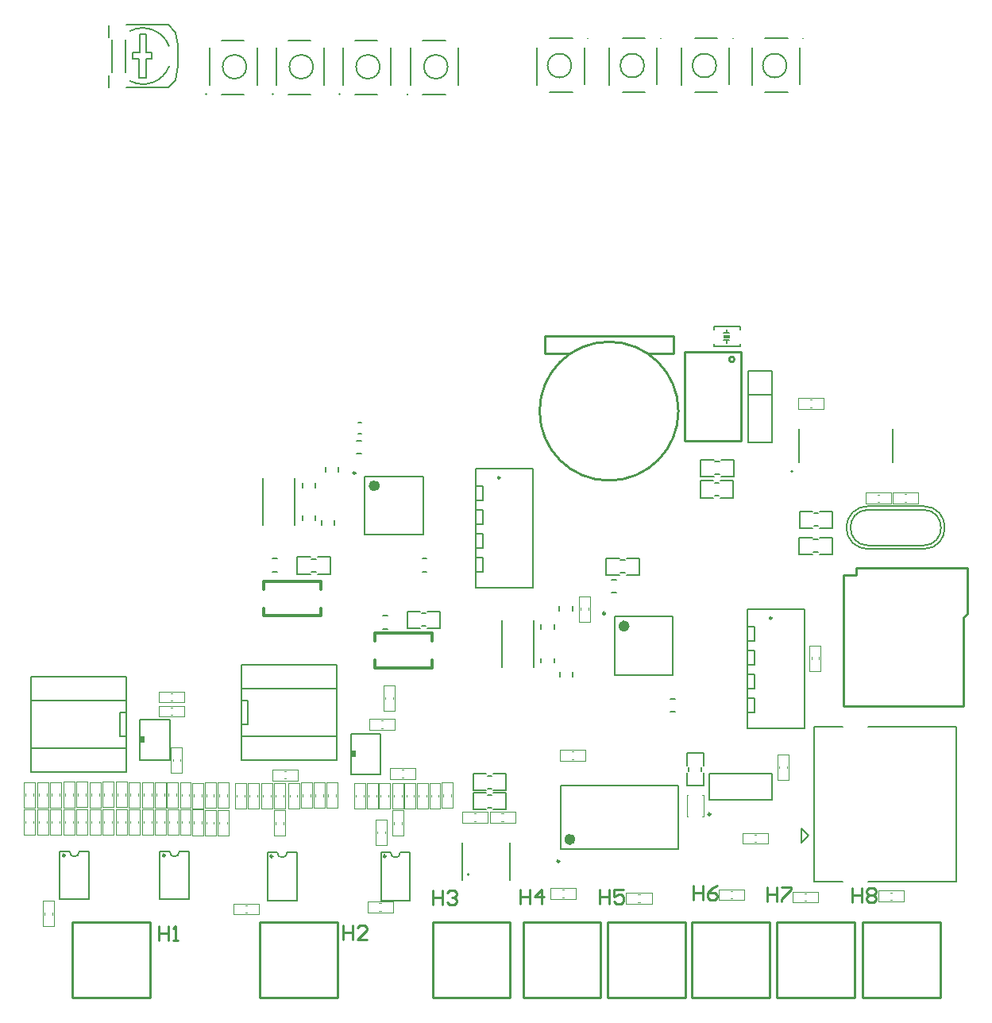
<source format=gto>
G04*
G04 #@! TF.GenerationSoftware,Altium Limited,Altium Designer,21.9.2 (33)*
G04*
G04 Layer_Color=65535*
%FSTAX24Y24*%
%MOIN*%
G70*
G04*
G04 #@! TF.SameCoordinates,8777FA3C-9CA2-4F10-8BE3-E232CA162E6C*
G04*
G04*
G04 #@! TF.FilePolarity,Positive*
G04*
G01*
G75*
%ADD10C,0.0098*%
%ADD11C,0.0079*%
%ADD12C,0.0100*%
%ADD13C,0.0236*%
%ADD14C,0.0070*%
%ADD15C,0.0060*%
%ADD16C,0.0040*%
%ADD17C,0.0118*%
%ADD18C,0.0050*%
%ADD19C,0.0080*%
%ADD20R,0.0197X0.0300*%
%ADD21R,0.0250X0.0140*%
D10*
X03893Y015728D02*
G03*
X03893Y015728I-000049J0D01*
G01*
X025301Y013967D02*
G03*
X025301Y013967I-000049J0D01*
G01*
X016031Y014007D02*
G03*
X016031Y014007I-000049J0D01*
G01*
X020551Y013967D02*
G03*
X020551Y013967I-000049J0D01*
G01*
X011831Y014007D02*
G03*
X011831Y014007I-000049J0D01*
G01*
X034506Y024158D02*
G03*
X034506Y024158I-000049J0D01*
G01*
X032584Y013759D02*
G03*
X032584Y013759I-000049J0D01*
G01*
X024026Y030048D02*
G03*
X024026Y030048I-000049J0D01*
G01*
D11*
X025498Y014121D02*
G03*
X025905Y014121I000203J0D01*
G01*
X016228Y014161D02*
G03*
X016635Y014161I000203J0D01*
G01*
X020748Y014121D02*
G03*
X021155Y014121I000203J0D01*
G01*
X012028Y014161D02*
G03*
X012435Y014161I000203J0D01*
G01*
X042374Y03012D02*
G03*
X042374Y03012I-000039J0D01*
G01*
X028791Y013199D02*
G03*
X028791Y013199I-000039J0D01*
G01*
X021794Y028066D02*
Y028263D01*
X022346Y028066D02*
Y028263D01*
X038881Y016319D02*
X041519D01*
X038881Y017421D02*
X041519D01*
X038881Y016319D02*
Y017421D01*
X041519Y016319D02*
Y017421D01*
X026312Y012114D02*
Y014121D01*
X025092Y012114D02*
Y014121D01*
Y012114D02*
X026312D01*
X025905Y014121D02*
X026312D01*
X025092D02*
X025498D01*
X040775Y020005D02*
Y020595D01*
X040478D02*
X040773D01*
X040478Y020005D02*
X040773D01*
X040775Y021005D02*
Y021595D01*
X040478D02*
X040773D01*
X040478Y021005D02*
X040773D01*
X040775Y022005D02*
Y022595D01*
X040478D02*
X040773D01*
X040478Y022005D02*
X040773D01*
X040775Y023005D02*
Y023595D01*
X040478D02*
X040773D01*
X040478Y023005D02*
X040773D01*
X042862Y019332D02*
Y024332D01*
X040462Y019332D02*
Y024332D01*
X042862D01*
X040462Y019332D02*
X042862D01*
X032604Y021506D02*
Y021702D01*
X033156Y021506D02*
Y021702D01*
X017042Y012154D02*
Y014161D01*
X015822Y012154D02*
Y014161D01*
Y012154D02*
X017042D01*
X016635Y014161D02*
X017042D01*
X015822D02*
X016228D01*
X020342Y014121D02*
X020748D01*
X021155D02*
X021562D01*
X020342Y012114D02*
X021562D01*
X020342D02*
Y014121D01*
X021562Y012114D02*
Y014121D01*
X012842Y012154D02*
Y014161D01*
X011622Y012154D02*
Y014161D01*
Y012154D02*
X012842D01*
X012435Y014161D02*
X012842D01*
X011622D02*
X012028D01*
X0349Y02158D02*
X03734D01*
X0349Y02402D02*
X03734D01*
Y02158D02*
Y02402D01*
X0349Y02158D02*
Y02402D01*
X029811Y01672D02*
X030339D01*
Y01743D01*
X029811D02*
X030339D01*
X028961D02*
X029506D01*
X028961Y01672D02*
X029506D01*
X028961D02*
Y01743D01*
X029811Y01592D02*
X030339D01*
Y01663D01*
X029811D02*
X030339D01*
X028961D02*
X029506D01*
X028961Y01592D02*
X029506D01*
X028961D02*
Y01663D01*
X028508Y012974D02*
Y014526D01*
X030492Y012974D02*
Y014526D01*
X025167Y023514D02*
X025364D01*
X025167Y024066D02*
X025364D01*
X037256Y020024D02*
X037453D01*
X037256Y020576D02*
X037453D01*
X033136Y024256D02*
Y024453D01*
X032584Y024256D02*
Y024453D01*
X034787Y025024D02*
X034984D01*
X034787Y025576D02*
X034984D01*
X031814Y022086D02*
Y022283D01*
X032366Y022086D02*
Y022283D01*
Y023517D02*
Y023714D01*
X031814Y023517D02*
Y023714D01*
X03864Y017771D02*
Y018299D01*
X03793D02*
X03864D01*
X03793Y017771D02*
Y018299D01*
Y016921D02*
Y017466D01*
X03864Y016921D02*
Y017466D01*
X03793Y016921D02*
X03864D01*
X039351Y02901D02*
X039879D01*
Y02972D01*
X039351D02*
X039879D01*
X038501D02*
X039046D01*
X038501Y02901D02*
X039046D01*
X038501D02*
Y02972D01*
X043501Y02664D02*
X044029D01*
Y02735D01*
X043501D02*
X044029D01*
X042651D02*
X043196D01*
X042651Y02664D02*
X043196D01*
X042651D02*
Y02735D01*
X043521Y02774D02*
X044049D01*
Y02845D01*
X043521D02*
X044049D01*
X042671D02*
X043216D01*
X042671Y02774D02*
X043216D01*
X042671D02*
Y02845D01*
X039371Y0299D02*
X039899D01*
Y03061D01*
X039371D02*
X039899D01*
X038521D02*
X039066D01*
X038521Y0299D02*
X039066D01*
X038521D02*
Y03061D01*
X027051Y02354D02*
X027579D01*
Y02425D01*
X027051D02*
X027579D01*
X026201D02*
X026746D01*
X026201Y02354D02*
X026746D01*
X026201D02*
Y02425D01*
X04052Y03132D02*
Y03432D01*
Y03132D02*
X04152D01*
Y03432D01*
X04052D02*
X04152D01*
X04052Y03332D02*
X04152D01*
X030171Y021916D02*
Y023884D01*
X031509Y021916D02*
Y023884D01*
X04274Y01515D02*
X04304Y01485D01*
X04274Y01455D02*
Y01515D01*
Y01455D02*
X04304Y01485D01*
X04329Y0194D02*
X04449D01*
X04554D02*
X04924D01*
X04329Y0129D02*
X04449D01*
X04554D02*
X04924D01*
Y0194D01*
X04329Y0129D02*
Y0194D01*
X03759Y014281D02*
Y016919D01*
X03263Y014281D02*
Y016919D01*
X03759D01*
X03263Y014281D02*
X03759D01*
X024127Y031704D02*
X024284D01*
X024127Y032176D02*
X024284D01*
X029375Y025895D02*
Y026485D01*
X029078D02*
X029373D01*
X029078Y025895D02*
X029373D01*
X029375Y026895D02*
Y027485D01*
X029078D02*
X029373D01*
X029078Y026895D02*
X029373D01*
X029375Y027895D02*
Y028485D01*
X029078D02*
X029373D01*
X029078Y027895D02*
X029373D01*
X029375Y028895D02*
Y029485D01*
X029078D02*
X029373D01*
X029078Y028895D02*
X029373D01*
X031462Y025222D02*
Y030222D01*
X029062Y025222D02*
Y030222D01*
X031462D01*
X029062Y025222D02*
X031462D01*
X020556Y026466D02*
X020753D01*
X020556Y025914D02*
X020753D01*
X023156Y027857D02*
Y028054D01*
X022604Y027857D02*
Y028054D01*
X024076Y030864D02*
X024273D01*
X024076Y031416D02*
X024273D01*
X023316Y030107D02*
Y030304D01*
X022764Y030107D02*
Y030304D01*
X026826Y026466D02*
X027023D01*
X026826Y025914D02*
X027023D01*
X021794Y029436D02*
Y029633D01*
X022346Y029436D02*
Y029633D01*
X02442Y02747D02*
Y02991D01*
X02686Y02747D02*
Y02991D01*
X02442D02*
X02686D01*
X02442Y02747D02*
X02686D01*
X035405Y025774D02*
X035933D01*
Y026484D01*
X035405D02*
X035933D01*
X034555D02*
X0351D01*
X034555Y025774D02*
X0351D01*
X034555D02*
Y026484D01*
X021581Y02581D02*
Y02652D01*
Y02581D02*
X022126D01*
X021581Y02652D02*
X022126D01*
X022431D02*
X022959D01*
Y02581D02*
Y02652D01*
X022431Y02581D02*
X022959D01*
X020151Y027866D02*
Y029834D01*
X021489Y027866D02*
Y029834D01*
D12*
X041489Y023965D02*
G03*
X041489Y023965I-000039J0D01*
G01*
X039931Y03482D02*
G03*
X039931Y03482I-000111J0D01*
G01*
X034685Y029735D02*
G03*
X03467Y029735I-000017J002912D01*
G01*
X030089Y029855D02*
G03*
X030089Y029855I-000039J0D01*
G01*
X0453Y00805D02*
X048553D01*
X048562Y008041D01*
Y0112D01*
X0462D02*
X048562D01*
X0453D02*
X0462D01*
X0453Y00805D02*
Y0112D01*
X041709Y00805D02*
X044962D01*
X044971Y008041D01*
Y0112D01*
X042609D02*
X044971D01*
X041709D02*
X042609D01*
X041709Y00805D02*
Y0112D01*
X0346Y00805D02*
X037853D01*
X037862Y008041D01*
Y0112D01*
X0355D02*
X037862D01*
X0346D02*
X0355D01*
X0346Y00805D02*
Y0112D01*
X031059Y00805D02*
X034312D01*
X034321Y008041D01*
Y0112D01*
X031959D02*
X034321D01*
X031059D02*
X031959D01*
X031059Y00805D02*
Y0112D01*
X027259Y00805D02*
X030512D01*
X030521Y008041D01*
Y0112D01*
X028159D02*
X030521D01*
X027259D02*
X028159D01*
X027259Y00805D02*
Y0112D01*
X02Y00805D02*
X023253D01*
X023262Y008041D01*
Y0112D01*
X0209D02*
X023262D01*
X02D02*
X0209D01*
X02Y00805D02*
Y0112D01*
X01215Y00805D02*
X015403D01*
X015412Y008041D01*
Y0112D01*
X01305D02*
X015412D01*
X01215D02*
X01305D01*
X01215Y00805D02*
Y0112D01*
X045034Y02576D02*
Y026083D01*
X044524Y02576D02*
X045034D01*
X049526Y02317D02*
Y023963D01*
X049722Y02416D01*
X049526Y020256D02*
Y02317D01*
X045034Y026083D02*
X049722D01*
Y02416D02*
Y026083D01*
X044524Y020256D02*
X049526D01*
X044524D02*
Y02576D01*
X03815Y00805D02*
Y0112D01*
X03905D01*
X041412D01*
Y008041D02*
Y0112D01*
X041403Y00805D02*
X041412Y008041D01*
X03815Y00805D02*
X041403D01*
X037851Y035135D02*
X040213D01*
X037851Y031395D02*
Y035135D01*
Y031395D02*
X040213D01*
Y035135D01*
X03198Y035812D02*
X037374D01*
X03198Y035074D02*
Y035812D01*
X036321Y035074D02*
X037374D01*
Y035812D01*
X03198Y035074D02*
X033033D01*
X04486Y01264D02*
Y01204D01*
Y01234D01*
X04526D01*
Y01264D01*
Y01204D01*
X04546Y01254D02*
X04556Y01264D01*
X04576D01*
X04586Y01254D01*
Y01244D01*
X04576Y01234D01*
X04586Y01224D01*
Y01214D01*
X04576Y01204D01*
X04556D01*
X04546Y01214D01*
Y01224D01*
X04556Y01234D01*
X04546Y01244D01*
Y01254D01*
X04556Y01234D02*
X04576D01*
X04131Y01266D02*
Y01206D01*
Y01236D01*
X04171D01*
Y01266D01*
Y01206D01*
X04191Y01266D02*
X04231D01*
Y01256D01*
X04191Y01216D01*
Y01206D01*
X03427Y01257D02*
Y01197D01*
Y01227D01*
X03467D01*
Y01257D01*
Y01197D01*
X03527Y01257D02*
X03487D01*
Y01227D01*
X03507Y01237D01*
X03517D01*
X03527Y01227D01*
Y01207D01*
X03517Y01197D01*
X03497D01*
X03487Y01207D01*
X03094Y01256D02*
Y01196D01*
Y01226D01*
X03134D01*
Y01256D01*
Y01196D01*
X03184D02*
Y01256D01*
X03154Y01226D01*
X03194D01*
X02727Y01252D02*
Y01192D01*
Y01222D01*
X02767D01*
Y01252D01*
Y01192D01*
X02787Y01242D02*
X02797Y01252D01*
X02817D01*
X02827Y01242D01*
Y01232D01*
X02817Y01222D01*
X02807D01*
X02817D01*
X02827Y01212D01*
Y01202D01*
X02817Y01192D01*
X02797D01*
X02787Y01202D01*
X02352Y01106D02*
Y01046D01*
Y01076D01*
X02392D01*
Y01106D01*
Y01046D01*
X02452D02*
X02412D01*
X02452Y01086D01*
Y01096D01*
X02442Y01106D01*
X02422D01*
X02412Y01096D01*
X01578Y01102D02*
Y01042D01*
Y01072D01*
X01618D01*
Y01102D01*
Y01042D01*
X01638D02*
X01658D01*
X01648D01*
Y01102D01*
X01638Y01092D01*
X0382Y01273D02*
Y01213D01*
Y01243D01*
X0386D01*
Y01273D01*
Y01213D01*
X0392Y01273D02*
X039Y01263D01*
X0388Y01243D01*
Y01223D01*
X0389Y01213D01*
X0391D01*
X0392Y01223D01*
Y01233D01*
X0391Y01243D01*
X0388D01*
D13*
X035411Y023627D02*
G03*
X035411Y023627I-000118J0D01*
G01*
X033142Y014675D02*
G03*
X033142Y014675I-000118J0D01*
G01*
X024931Y029517D02*
G03*
X024931Y029517I-000118J0D01*
G01*
D14*
X047864Y02686D02*
G03*
X047855Y02866I-000006J0009D01*
G01*
X045555D02*
G03*
X045555Y026861I-00003J-000899D01*
G01*
X047855Y02701D02*
G03*
X047848Y02851I-000005J00075D01*
G01*
X045548D02*
G03*
X045555Y02701I000005J-00075D01*
G01*
X014563Y046506D02*
G03*
X016211Y047131I000547J001044D01*
G01*
X016201Y047969D02*
G03*
X014553Y048594I-001101J-000419D01*
G01*
X029562Y016806D02*
X029742D01*
X029562Y017346D02*
X029742D01*
X029562Y016006D02*
X029742D01*
X029562Y016546D02*
X029742D01*
X038554Y017522D02*
Y017702D01*
X038014Y017522D02*
Y017702D01*
X039102Y029096D02*
X039282D01*
X039102Y029636D02*
X039282D01*
X043252Y026726D02*
X043432D01*
X043252Y027266D02*
X043432D01*
X043272Y027826D02*
X043452D01*
X043272Y028366D02*
X043452D01*
X039122Y029986D02*
X039302D01*
X039122Y030526D02*
X039302D01*
X026802Y023626D02*
X026982D01*
X026802Y024166D02*
X026982D01*
X045555Y02866D02*
X047855Y02866D01*
X045555Y02686D02*
X047855D01*
X045555Y02851D02*
X047855Y02851D01*
X045555Y02701D02*
X047855D01*
X04281Y0483D02*
X04282Y04829D01*
X01775Y04596D02*
X01776Y04595D01*
X03986Y0483D02*
X03987Y04829D01*
X02055Y04596D02*
X02056Y04595D01*
X03683Y0483D02*
X03684Y04829D01*
X02335Y04596D02*
X02336Y04595D01*
X03378Y0483D02*
X03379Y04829D01*
X0262Y04596D02*
X02621Y04595D01*
X035156Y02586D02*
X035336D01*
X035156Y0264D02*
X035336D01*
X022182Y026436D02*
X022362D01*
X022182Y025896D02*
X022362D01*
X01366Y04833D02*
Y04884D01*
Y04624D02*
Y04675D01*
X01656Y047135D02*
Y04801D01*
X01647Y04855D02*
X01656Y04801D01*
X01616Y04886D02*
X01647Y04855D01*
X01441Y04886D02*
X01616D01*
X0138Y04687D02*
Y04824D01*
X01442Y04625D02*
X01617D01*
X01647Y04655D01*
X01656Y047135D01*
X01439Y04688D02*
Y04823D01*
X01496Y04847D02*
X01523D01*
X01496Y0477D02*
Y04847D01*
X01466Y0477D02*
X01496D01*
X01466Y04743D02*
Y0477D01*
Y04743D02*
X01495D01*
Y04663D02*
Y04743D01*
Y04663D02*
X01524D01*
Y04742D01*
X01549D01*
Y04769D01*
X01523D02*
X01549D01*
X01523D02*
Y04846D01*
D15*
X04212Y04715D02*
G03*
X04212Y04715I-0005J0D01*
G01*
X01945Y0471D02*
G03*
X01945Y0471I-0005J0D01*
G01*
X03917Y04715D02*
G03*
X03917Y04715I-0005J0D01*
G01*
X02225Y0471D02*
G03*
X02225Y0471I-0005J0D01*
G01*
X03614Y04715D02*
G03*
X03614Y04715I-0005J0D01*
G01*
X02505Y0471D02*
G03*
X02505Y0471I-0005J0D01*
G01*
X03309Y04715D02*
G03*
X03309Y04715I-0005J0D01*
G01*
X0279Y0471D02*
G03*
X0279Y0471I-0005J0D01*
G01*
X04122Y04605D02*
X04217D01*
X04267Y04636D02*
Y0479D01*
X04122Y0483D02*
X04217D01*
X04067Y04635D02*
Y0479D01*
X0184Y0482D02*
X01935D01*
X0179Y04635D02*
Y04789D01*
X0184Y04595D02*
X01935D01*
X0199Y04635D02*
Y0479D01*
X03827Y04605D02*
X03922D01*
X03972Y04636D02*
Y0479D01*
X03827Y0483D02*
X03922D01*
X03772Y04635D02*
Y0479D01*
X0212Y0482D02*
X02215D01*
X0207Y04635D02*
Y04789D01*
X0212Y04595D02*
X02215D01*
X0227Y04635D02*
Y0479D01*
X03524Y04605D02*
X03619D01*
X03669Y04636D02*
Y0479D01*
X03524Y0483D02*
X03619D01*
X03469Y04635D02*
Y0479D01*
X024Y0482D02*
X02495D01*
X0235Y04635D02*
Y04789D01*
X024Y04595D02*
X02495D01*
X0255Y04635D02*
Y0479D01*
X03219Y04605D02*
X03314D01*
X03364Y04636D02*
Y0479D01*
X03219Y0483D02*
X03314D01*
X03164Y04635D02*
Y0479D01*
X02685Y0482D02*
X0278D01*
X02635Y04635D02*
Y04789D01*
X02685Y04595D02*
X0278D01*
X02835Y04635D02*
Y0479D01*
D16*
X02529Y020565D02*
Y020645D01*
X02561Y020565D02*
Y020645D01*
X02568Y020065D02*
Y021135D01*
X02522Y020065D02*
X02568D01*
X02522D02*
Y021135D01*
X02568D01*
X01636Y017965D02*
Y018045D01*
X01668Y017965D02*
Y018045D01*
X01675Y017465D02*
Y018535D01*
X01629Y017465D02*
X01675D01*
X01629D02*
Y018535D01*
X01675D01*
X02488Y01443D02*
X02534D01*
Y0155D01*
X02488D02*
X02534D01*
X02488Y01443D02*
Y0155D01*
X02495Y01492D02*
Y015D01*
X02527Y01492D02*
Y015D01*
X02901Y01544D02*
X02909D01*
X02901Y01576D02*
X02909D01*
X02852Y01583D02*
X02959D01*
Y01537D02*
Y01583D01*
X02852Y01537D02*
X02959D01*
X02852D02*
Y01583D01*
X03348Y02431D02*
Y02439D01*
X0338Y02431D02*
Y02439D01*
X03387Y02381D02*
Y02488D01*
X03341Y02381D02*
X03387D01*
X03341D02*
Y02488D01*
X03387D01*
X01131Y01151D02*
Y01159D01*
X01099Y01151D02*
Y01159D01*
X01092Y01102D02*
Y01209D01*
X01138D01*
Y01102D02*
Y01209D01*
X01092Y01102D02*
X01138D01*
X046465Y01245D02*
X046545D01*
X046465Y01213D02*
X046545D01*
X045965Y01206D02*
X047035D01*
X045965D02*
Y01252D01*
X047035D01*
Y01206D02*
Y01252D01*
X04287Y01241D02*
X04295D01*
X04287Y01209D02*
X04295D01*
X04237Y01202D02*
X04344D01*
X04237D02*
Y01248D01*
X04344D01*
Y01202D02*
Y01248D01*
X03976Y01251D02*
X03984D01*
X03976Y01219D02*
X03984D01*
X03926Y01212D02*
X04033D01*
X03926D02*
Y01258D01*
X04033D01*
Y01212D02*
Y01258D01*
X03589Y01237D02*
X03597D01*
X03589Y01205D02*
X03597D01*
X03539Y01198D02*
X03646D01*
X03539D02*
Y01244D01*
X03646D01*
Y01198D02*
Y01244D01*
X03271Y01256D02*
X03279D01*
X03271Y01224D02*
X03279D01*
X03221Y01217D02*
X03328D01*
X03221D02*
Y01263D01*
X03328D01*
Y01217D02*
Y01263D01*
X03793Y01652D02*
X03798D01*
X03793Y01562D02*
Y01652D01*
Y01562D02*
X03798D01*
X03858Y01652D02*
X03863D01*
Y01562D02*
Y01652D01*
X03858Y01562D02*
X03863D01*
X03368Y01798D02*
Y01844D01*
X03261D02*
X03368D01*
X03261Y01798D02*
Y01844D01*
Y01798D02*
X03368D01*
X03311Y01805D02*
X03319D01*
X03311Y01837D02*
X03319D01*
X029665Y01537D02*
Y01583D01*
Y01537D02*
X030735D01*
Y01583D01*
X029665D02*
X030735D01*
X030155Y01576D02*
X030235D01*
X030155Y01544D02*
X030235D01*
X04657Y02877D02*
Y02923D01*
Y02877D02*
X04764D01*
Y02923D01*
X04657D02*
X04764D01*
X04706Y02916D02*
X04714D01*
X04706Y02884D02*
X04714D01*
X04544Y02876D02*
Y02922D01*
Y02876D02*
X04651D01*
Y02922D01*
X04544D02*
X04651D01*
X04593Y02915D02*
X04601D01*
X04593Y02883D02*
X04601D01*
X04262Y03274D02*
Y0332D01*
Y03274D02*
X04369D01*
Y0332D01*
X04262D02*
X04369D01*
X04311Y03313D02*
X04319D01*
X04311Y03281D02*
X04319D01*
X04309Y02281D02*
X04355D01*
X04309Y02174D02*
Y02281D01*
Y02174D02*
X04355D01*
Y02281D01*
X04348Y02224D02*
Y02232D01*
X04316Y02224D02*
Y02232D01*
X04174Y01824D02*
X0422D01*
X04174Y01717D02*
Y01824D01*
Y01717D02*
X0422D01*
Y01824D01*
X04213Y01767D02*
Y01775D01*
X04181Y01767D02*
Y01775D01*
X04133Y01449D02*
Y01495D01*
X04026D02*
X04133D01*
X04026Y01449D02*
Y01495D01*
Y01449D02*
X04133D01*
X04076Y01456D02*
X04084D01*
X04076Y01488D02*
X04084D01*
X01122Y01593D02*
X01168D01*
X01122Y01486D02*
Y01593D01*
Y01486D02*
X01168D01*
Y01593D01*
X01161Y01536D02*
Y01544D01*
X01129Y01536D02*
Y01544D01*
X01177Y017085D02*
X01223D01*
X01177Y016015D02*
Y017085D01*
Y016015D02*
X01223D01*
Y017085D01*
X01216Y016515D02*
Y016595D01*
X01184Y016515D02*
Y016595D01*
X01397Y016025D02*
X01443D01*
Y017095D01*
X01397D02*
X01443D01*
X01397Y016025D02*
Y017095D01*
X01404Y016515D02*
Y016595D01*
X01436Y016515D02*
Y016595D01*
X01067Y01593D02*
X01113D01*
X01067Y01486D02*
Y01593D01*
Y01486D02*
X01113D01*
Y01593D01*
X01106Y01536D02*
Y01544D01*
X01074Y01536D02*
Y01544D01*
X01397Y01487D02*
X01443D01*
Y01594D01*
X01397D02*
X01443D01*
X01397Y01487D02*
Y01594D01*
X01404Y01536D02*
Y01544D01*
X01436Y01536D02*
Y01544D01*
X01012Y01593D02*
X01058D01*
X01012Y01486D02*
Y01593D01*
Y01486D02*
X01058D01*
Y01593D01*
X01051Y01536D02*
Y01544D01*
X01019Y01536D02*
Y01544D01*
X01342Y01487D02*
X01388D01*
Y01594D01*
X01342D02*
X01388D01*
X01342Y01487D02*
Y01594D01*
X01349Y01536D02*
Y01544D01*
X01381Y01536D02*
Y01544D01*
X01122Y01708D02*
X01168D01*
X01122Y01601D02*
Y01708D01*
Y01601D02*
X01168D01*
Y01708D01*
X01161Y01651D02*
Y01659D01*
X01129Y01651D02*
Y01659D01*
X01287Y01593D02*
X01333D01*
X01287Y01486D02*
Y01593D01*
Y01486D02*
X01333D01*
Y01593D01*
X01326Y01536D02*
Y01544D01*
X01294Y01536D02*
Y01544D01*
X01232Y01593D02*
X01278D01*
X01232Y01486D02*
Y01593D01*
Y01486D02*
X01278D01*
Y01593D01*
X01271Y01536D02*
Y01544D01*
X01239Y01536D02*
Y01544D01*
X01342Y01602D02*
X01388D01*
Y01709D01*
X01342D02*
X01388D01*
X01342Y01602D02*
Y01709D01*
X01349Y01651D02*
Y01659D01*
X01381Y01651D02*
Y01659D01*
X01012Y01708D02*
X01058D01*
X01012Y01601D02*
Y01708D01*
Y01601D02*
X01058D01*
Y01708D01*
X01051Y01651D02*
Y01659D01*
X01019Y01651D02*
Y01659D01*
X01287Y01708D02*
X01333D01*
X01287Y01601D02*
Y01708D01*
Y01601D02*
X01333D01*
Y01708D01*
X01326Y01651D02*
Y01659D01*
X01294Y01651D02*
Y01659D01*
X01232Y01602D02*
X01278D01*
Y01709D01*
X01232D02*
X01278D01*
X01232Y01602D02*
Y01709D01*
X01239Y01651D02*
Y01659D01*
X01271Y01651D02*
Y01659D01*
X01177Y015935D02*
X01223D01*
X01177Y014865D02*
Y015935D01*
Y014865D02*
X01223D01*
Y015935D01*
X01216Y015365D02*
Y015445D01*
X01184Y015365D02*
Y015445D01*
X01067Y017075D02*
X01113D01*
X01067Y016005D02*
Y017075D01*
Y016005D02*
X01113D01*
Y017075D01*
X01106Y016505D02*
Y016585D01*
X01074Y016505D02*
Y016585D01*
X02213Y01648D02*
Y01656D01*
X02181Y01648D02*
Y01656D01*
X02174Y01599D02*
Y01706D01*
X0222D01*
Y01599D02*
Y01706D01*
X02174Y01599D02*
X0222D01*
X0232Y016475D02*
Y016555D01*
X02288Y016475D02*
Y016555D01*
X02281Y015985D02*
Y017055D01*
X02327D01*
Y015985D02*
Y017055D01*
X02281Y015985D02*
X02327D01*
X01991Y01646D02*
Y01654D01*
X01959Y01646D02*
Y01654D01*
X01952Y01597D02*
Y01704D01*
X01998D01*
Y01597D02*
Y01704D01*
X01952Y01597D02*
X01998D01*
X02101Y01646D02*
Y01654D01*
X02069Y01646D02*
Y01654D01*
X02062Y01597D02*
Y01704D01*
X02108D01*
Y01597D02*
Y01704D01*
X02062Y01597D02*
X02108D01*
X02046Y01646D02*
Y01654D01*
X02014Y01646D02*
Y01654D01*
X02007Y01597D02*
Y01704D01*
X02053D01*
Y01597D02*
Y01704D01*
X02007Y01597D02*
X02053D01*
X02266Y016475D02*
Y016555D01*
X02234Y016475D02*
Y016555D01*
X02227Y015985D02*
Y017055D01*
X02273D01*
Y015985D02*
Y017055D01*
X02227Y015985D02*
X02273D01*
X019405Y01191D02*
X019485D01*
X019405Y01159D02*
X019485D01*
X018905Y01152D02*
X019975D01*
X018905D02*
Y01198D01*
X019975D01*
Y01152D02*
Y01198D01*
X02101Y015315D02*
Y015395D01*
X02069Y015315D02*
Y015395D01*
X02062Y014825D02*
Y015895D01*
X02108D01*
Y014825D02*
Y015895D01*
X02062Y014825D02*
X02108D01*
X01562Y01593D02*
X01608D01*
X01562Y01486D02*
Y01593D01*
Y01486D02*
X01608D01*
Y01593D01*
X01601Y01536D02*
Y01544D01*
X01569Y01536D02*
Y01544D01*
X01507Y01593D02*
X01553D01*
X01507Y01486D02*
Y01593D01*
Y01486D02*
X01553D01*
Y01593D01*
X01546Y01536D02*
Y01544D01*
X01514Y01536D02*
Y01544D01*
X01452Y01593D02*
X01498D01*
X01452Y01486D02*
Y01593D01*
Y01486D02*
X01498D01*
Y01593D01*
X01491Y01536D02*
Y01544D01*
X01459Y01536D02*
Y01544D01*
X01562Y01708D02*
X01608D01*
X01562Y01601D02*
Y01708D01*
Y01601D02*
X01608D01*
Y01708D01*
X01601Y01651D02*
Y01659D01*
X01569Y01651D02*
Y01659D01*
X016659Y015924D02*
X017119D01*
X016659Y014854D02*
Y015924D01*
Y014854D02*
X017119D01*
Y015924D01*
X017049Y015354D02*
Y015434D01*
X016729Y015354D02*
Y015434D01*
X0177Y01599D02*
X01816D01*
Y01706D01*
X0177D02*
X01816D01*
X0177Y01599D02*
Y01706D01*
X01777Y01648D02*
Y01656D01*
X01809Y01648D02*
Y01656D01*
X016659Y016014D02*
X017119D01*
Y017084D01*
X016659D02*
X017119D01*
X016659Y016014D02*
Y017084D01*
X016729Y016504D02*
Y016584D01*
X017049Y016504D02*
Y016584D01*
X0177Y01484D02*
X01816D01*
Y01591D01*
X0177D02*
X01816D01*
X0177Y01484D02*
Y01591D01*
X01777Y01533D02*
Y01541D01*
X01809Y01533D02*
Y01541D01*
X028035Y016478D02*
Y016558D01*
X027715Y016478D02*
Y016558D01*
X027645Y015988D02*
Y017058D01*
X028105D01*
Y015988D02*
Y017058D01*
X027645Y015988D02*
X028105D01*
X027Y016465D02*
Y016545D01*
X02668Y016465D02*
Y016545D01*
X02661Y015975D02*
Y017045D01*
X02707D01*
Y015975D02*
Y017045D01*
X02661Y015975D02*
X02707D01*
X02752Y01647D02*
Y01655D01*
X0272Y01647D02*
Y01655D01*
X02713Y01598D02*
Y01705D01*
X02759D01*
Y01598D02*
Y01705D01*
X02713Y01598D02*
X02759D01*
X02596Y015315D02*
Y015395D01*
X02564Y015315D02*
Y015395D01*
X02557Y014825D02*
Y015895D01*
X02603D01*
Y014825D02*
Y015895D01*
X02557Y014825D02*
X02603D01*
X02436Y01646D02*
Y01654D01*
X02404Y01646D02*
Y01654D01*
X02397Y01597D02*
Y01704D01*
X02443D01*
Y01597D02*
Y01704D01*
X02397Y01597D02*
X02443D01*
X02541Y01646D02*
Y01654D01*
X02509Y01646D02*
Y01654D01*
X02502Y01597D02*
Y01704D01*
X02548D01*
Y01597D02*
Y01704D01*
X02502Y01597D02*
X02548D01*
X02103Y01754D02*
X02111D01*
X02103Y01722D02*
X02111D01*
X02053Y01715D02*
X0216D01*
X02053D02*
Y01761D01*
X0216D01*
Y01715D02*
Y01761D01*
X01936Y01646D02*
Y01654D01*
X01904Y01646D02*
Y01654D01*
X01897Y01597D02*
Y01704D01*
X01943D01*
Y01597D02*
Y01704D01*
X01897Y01597D02*
X01943D01*
X02502Y01167D02*
X0251D01*
X02502Y01199D02*
X0251D01*
X02453Y01206D02*
X0256D01*
Y0116D02*
Y01206D01*
X02453Y0116D02*
X0256D01*
X02453D02*
Y01206D01*
X02491Y01646D02*
Y01654D01*
X02459Y01646D02*
Y01654D01*
X02452Y01597D02*
Y01704D01*
X02498D01*
Y01597D02*
Y01704D01*
X02452Y01597D02*
X02498D01*
X02596Y0176D02*
X02604D01*
X02596Y01728D02*
X02604D01*
X02546Y01721D02*
X02653D01*
X02546D02*
Y01767D01*
X02653D01*
Y01721D02*
Y01767D01*
X02462Y01927D02*
Y01973D01*
Y01927D02*
X02569D01*
Y01973D01*
X02462D02*
X02569D01*
X02511Y01966D02*
X02519D01*
X02511Y01934D02*
X02519D01*
X02596Y016455D02*
Y016535D01*
X02564Y016455D02*
Y016535D01*
X02557Y015965D02*
Y017035D01*
X02603D01*
Y015965D02*
Y017035D01*
X02557Y015965D02*
X02603D01*
X02159Y01647D02*
Y01655D01*
X02127Y01647D02*
Y01655D01*
X0212Y01598D02*
Y01705D01*
X02166D01*
Y01598D02*
Y01705D01*
X0212Y01598D02*
X02166D01*
X01824Y01484D02*
X0187D01*
Y01591D01*
X01824D02*
X0187D01*
X01824Y01484D02*
Y01591D01*
X01831Y01533D02*
Y01541D01*
X01863Y01533D02*
Y01541D01*
X01824Y01599D02*
X0187D01*
Y01706D01*
X01824D02*
X0187D01*
X01824Y01599D02*
Y01706D01*
X01831Y01648D02*
Y01656D01*
X01863Y01648D02*
Y01656D01*
X016146Y015938D02*
X016606D01*
X016146Y014868D02*
Y015938D01*
Y014868D02*
X016606D01*
Y015938D01*
X016536Y015368D02*
Y015448D01*
X016216Y015368D02*
Y015448D01*
X01612Y01708D02*
X01658D01*
X01612Y01601D02*
Y01708D01*
Y01601D02*
X01658D01*
Y01708D01*
X01651Y01651D02*
Y01659D01*
X01619Y01651D02*
Y01659D01*
X01507Y01708D02*
X01553D01*
X01507Y01601D02*
Y01708D01*
Y01601D02*
X01553D01*
Y01708D01*
X01546Y01651D02*
Y01659D01*
X01514Y01651D02*
Y01659D01*
X01452Y01708D02*
X01498D01*
X01452Y01601D02*
Y01708D01*
Y01601D02*
X01498D01*
Y01708D01*
X01491Y01651D02*
Y01659D01*
X01459Y01651D02*
Y01659D01*
X01577Y01982D02*
Y02028D01*
Y01982D02*
X01684D01*
Y02028D01*
X01577D02*
X01684D01*
X01626Y02021D02*
X01634D01*
X01626Y01989D02*
X01634D01*
X01577Y02042D02*
Y02088D01*
Y02042D02*
X01684D01*
Y02088D01*
X01577D02*
X01684D01*
X01626Y02081D02*
X01634D01*
X01626Y02049D02*
X01634D01*
X017178Y017049D02*
X017638D01*
X017178Y015979D02*
Y017049D01*
Y015979D02*
X017638D01*
Y017049D01*
X017568Y016479D02*
Y016559D01*
X017248Y016479D02*
Y016559D01*
X017174Y015921D02*
X017634D01*
X017174Y014851D02*
Y015921D01*
Y014851D02*
X017634D01*
Y015921D01*
X017564Y015351D02*
Y015431D01*
X017244Y015351D02*
Y015431D01*
X02648Y016465D02*
Y016545D01*
X02616Y016465D02*
Y016545D01*
X02609Y015975D02*
Y017045D01*
X02655D01*
Y015975D02*
Y017045D01*
X02609Y015975D02*
X02655D01*
D17*
X024829Y02299D02*
Y023324D01*
Y021868D02*
Y022193D01*
Y023324D02*
X027231D01*
X024829Y021868D02*
X027231D01*
X02725Y02299D02*
Y023305D01*
X025164Y021868D02*
X027231D01*
Y022193D01*
X020169Y02518D02*
Y025514D01*
Y024058D02*
Y024383D01*
Y025514D02*
X022571D01*
X020169Y024058D02*
X022571D01*
X02259Y02518D02*
Y025495D01*
X020504Y024058D02*
X022571D01*
Y024383D01*
D18*
X016226Y018007D02*
Y019707D01*
X014976Y018007D02*
X016226D01*
X014976D02*
Y019707D01*
X016226D01*
X014976Y018007D02*
X015076D01*
X014976D02*
Y018157D01*
Y018147D02*
Y018167D01*
X015106Y018007D02*
X015116D01*
X046568Y030504D02*
Y031902D01*
X042632Y030504D02*
Y031902D01*
X039595Y035925D02*
Y036075D01*
X03947Y035925D02*
X03972D01*
X03947Y035625D02*
X03972D01*
X039595Y035495D02*
Y035625D01*
X039075Y035355D02*
X040165D01*
Y035465D01*
X039075Y035355D02*
Y035465D01*
Y036075D02*
Y036185D01*
X040175D01*
Y036075D02*
Y036185D01*
X025076Y017407D02*
Y019107D01*
X023826Y017407D02*
X025076D01*
X023826D02*
Y019107D01*
X025076D01*
X023826Y017407D02*
X023926D01*
X023826D02*
Y017557D01*
Y017547D02*
Y017567D01*
X023956Y017407D02*
X023966D01*
D19*
X01415Y019D02*
X0144D01*
X01415D02*
Y02D01*
X0144D01*
X0104Y0185D02*
X0144D01*
X0104D02*
Y0205D01*
X0144D01*
Y0185D02*
Y0205D01*
X01415Y019D02*
X0144D01*
X01415D02*
Y02D01*
X0144D01*
X0104Y0185D02*
X0144D01*
X0104D02*
Y0205D01*
X0144D01*
Y0185D02*
Y0205D01*
X0104Y0175D02*
Y0185D01*
Y0215D01*
X0144D01*
Y0205D02*
Y0215D01*
Y02D02*
Y0205D01*
Y019D02*
Y02D01*
Y0175D02*
Y019D01*
X0104Y0175D02*
X0144D01*
X01925Y022D02*
X02325D01*
X01925Y0205D02*
Y022D01*
Y0195D02*
Y0205D01*
Y019D02*
Y0195D01*
Y018D02*
Y019D01*
Y018D02*
X02325D01*
Y021D01*
Y022D01*
X01925Y019D02*
Y021D01*
Y019D02*
X02325D01*
Y021D01*
X01925D02*
X02325D01*
X01925Y0195D02*
X0195D01*
Y0205D01*
X01925D02*
X0195D01*
X01925Y019D02*
Y021D01*
Y019D02*
X02325D01*
Y021D01*
X01925D02*
X02325D01*
X01925Y0195D02*
X0195D01*
Y0205D01*
X01925D02*
X0195D01*
D20*
X015088Y018856D02*
D03*
X023938Y018256D02*
D03*
D21*
X0396Y035775D02*
D03*
M02*

</source>
